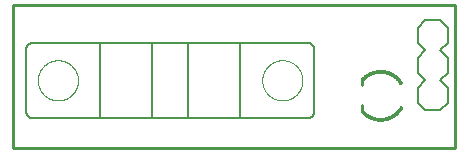
<source format=gto>
G75*
%MOIN*%
%OFA0B0*%
%FSLAX25Y25*%
%IPPOS*%
%LPD*%
%AMOC8*
5,1,8,0,0,1.08239X$1,22.5*
%
%ADD10C,0.01000*%
%ADD11C,0.00000*%
%ADD12C,0.00500*%
%ADD13C,0.00100*%
%ADD14C,0.00800*%
D10*
X0001800Y0001800D02*
X0149300Y0001800D01*
X0149300Y0049300D01*
X0001800Y0049300D01*
X0001800Y0001800D01*
X0118100Y0014200D02*
X0118100Y0016200D01*
X0118100Y0022600D02*
X0118100Y0024400D01*
D11*
X0085009Y0024300D02*
X0085011Y0024464D01*
X0085017Y0024628D01*
X0085027Y0024792D01*
X0085041Y0024956D01*
X0085059Y0025119D01*
X0085081Y0025282D01*
X0085108Y0025444D01*
X0085138Y0025606D01*
X0085172Y0025766D01*
X0085210Y0025926D01*
X0085251Y0026085D01*
X0085297Y0026243D01*
X0085347Y0026399D01*
X0085400Y0026555D01*
X0085457Y0026709D01*
X0085518Y0026861D01*
X0085583Y0027012D01*
X0085652Y0027162D01*
X0085724Y0027309D01*
X0085799Y0027455D01*
X0085879Y0027599D01*
X0085961Y0027741D01*
X0086047Y0027881D01*
X0086137Y0028018D01*
X0086230Y0028154D01*
X0086326Y0028287D01*
X0086426Y0028418D01*
X0086528Y0028546D01*
X0086634Y0028672D01*
X0086743Y0028795D01*
X0086855Y0028915D01*
X0086969Y0029033D01*
X0087087Y0029147D01*
X0087207Y0029259D01*
X0087330Y0029368D01*
X0087456Y0029474D01*
X0087584Y0029576D01*
X0087715Y0029676D01*
X0087848Y0029772D01*
X0087984Y0029865D01*
X0088121Y0029955D01*
X0088261Y0030041D01*
X0088403Y0030123D01*
X0088547Y0030203D01*
X0088693Y0030278D01*
X0088840Y0030350D01*
X0088990Y0030419D01*
X0089141Y0030484D01*
X0089293Y0030545D01*
X0089447Y0030602D01*
X0089603Y0030655D01*
X0089759Y0030705D01*
X0089917Y0030751D01*
X0090076Y0030792D01*
X0090236Y0030830D01*
X0090396Y0030864D01*
X0090558Y0030894D01*
X0090720Y0030921D01*
X0090883Y0030943D01*
X0091046Y0030961D01*
X0091210Y0030975D01*
X0091374Y0030985D01*
X0091538Y0030991D01*
X0091702Y0030993D01*
X0091866Y0030991D01*
X0092030Y0030985D01*
X0092194Y0030975D01*
X0092358Y0030961D01*
X0092521Y0030943D01*
X0092684Y0030921D01*
X0092846Y0030894D01*
X0093008Y0030864D01*
X0093168Y0030830D01*
X0093328Y0030792D01*
X0093487Y0030751D01*
X0093645Y0030705D01*
X0093801Y0030655D01*
X0093957Y0030602D01*
X0094111Y0030545D01*
X0094263Y0030484D01*
X0094414Y0030419D01*
X0094564Y0030350D01*
X0094711Y0030278D01*
X0094857Y0030203D01*
X0095001Y0030123D01*
X0095143Y0030041D01*
X0095283Y0029955D01*
X0095420Y0029865D01*
X0095556Y0029772D01*
X0095689Y0029676D01*
X0095820Y0029576D01*
X0095948Y0029474D01*
X0096074Y0029368D01*
X0096197Y0029259D01*
X0096317Y0029147D01*
X0096435Y0029033D01*
X0096549Y0028915D01*
X0096661Y0028795D01*
X0096770Y0028672D01*
X0096876Y0028546D01*
X0096978Y0028418D01*
X0097078Y0028287D01*
X0097174Y0028154D01*
X0097267Y0028018D01*
X0097357Y0027881D01*
X0097443Y0027741D01*
X0097525Y0027599D01*
X0097605Y0027455D01*
X0097680Y0027309D01*
X0097752Y0027162D01*
X0097821Y0027012D01*
X0097886Y0026861D01*
X0097947Y0026709D01*
X0098004Y0026555D01*
X0098057Y0026399D01*
X0098107Y0026243D01*
X0098153Y0026085D01*
X0098194Y0025926D01*
X0098232Y0025766D01*
X0098266Y0025606D01*
X0098296Y0025444D01*
X0098323Y0025282D01*
X0098345Y0025119D01*
X0098363Y0024956D01*
X0098377Y0024792D01*
X0098387Y0024628D01*
X0098393Y0024464D01*
X0098395Y0024300D01*
X0098393Y0024136D01*
X0098387Y0023972D01*
X0098377Y0023808D01*
X0098363Y0023644D01*
X0098345Y0023481D01*
X0098323Y0023318D01*
X0098296Y0023156D01*
X0098266Y0022994D01*
X0098232Y0022834D01*
X0098194Y0022674D01*
X0098153Y0022515D01*
X0098107Y0022357D01*
X0098057Y0022201D01*
X0098004Y0022045D01*
X0097947Y0021891D01*
X0097886Y0021739D01*
X0097821Y0021588D01*
X0097752Y0021438D01*
X0097680Y0021291D01*
X0097605Y0021145D01*
X0097525Y0021001D01*
X0097443Y0020859D01*
X0097357Y0020719D01*
X0097267Y0020582D01*
X0097174Y0020446D01*
X0097078Y0020313D01*
X0096978Y0020182D01*
X0096876Y0020054D01*
X0096770Y0019928D01*
X0096661Y0019805D01*
X0096549Y0019685D01*
X0096435Y0019567D01*
X0096317Y0019453D01*
X0096197Y0019341D01*
X0096074Y0019232D01*
X0095948Y0019126D01*
X0095820Y0019024D01*
X0095689Y0018924D01*
X0095556Y0018828D01*
X0095420Y0018735D01*
X0095283Y0018645D01*
X0095143Y0018559D01*
X0095001Y0018477D01*
X0094857Y0018397D01*
X0094711Y0018322D01*
X0094564Y0018250D01*
X0094414Y0018181D01*
X0094263Y0018116D01*
X0094111Y0018055D01*
X0093957Y0017998D01*
X0093801Y0017945D01*
X0093645Y0017895D01*
X0093487Y0017849D01*
X0093328Y0017808D01*
X0093168Y0017770D01*
X0093008Y0017736D01*
X0092846Y0017706D01*
X0092684Y0017679D01*
X0092521Y0017657D01*
X0092358Y0017639D01*
X0092194Y0017625D01*
X0092030Y0017615D01*
X0091866Y0017609D01*
X0091702Y0017607D01*
X0091538Y0017609D01*
X0091374Y0017615D01*
X0091210Y0017625D01*
X0091046Y0017639D01*
X0090883Y0017657D01*
X0090720Y0017679D01*
X0090558Y0017706D01*
X0090396Y0017736D01*
X0090236Y0017770D01*
X0090076Y0017808D01*
X0089917Y0017849D01*
X0089759Y0017895D01*
X0089603Y0017945D01*
X0089447Y0017998D01*
X0089293Y0018055D01*
X0089141Y0018116D01*
X0088990Y0018181D01*
X0088840Y0018250D01*
X0088693Y0018322D01*
X0088547Y0018397D01*
X0088403Y0018477D01*
X0088261Y0018559D01*
X0088121Y0018645D01*
X0087984Y0018735D01*
X0087848Y0018828D01*
X0087715Y0018924D01*
X0087584Y0019024D01*
X0087456Y0019126D01*
X0087330Y0019232D01*
X0087207Y0019341D01*
X0087087Y0019453D01*
X0086969Y0019567D01*
X0086855Y0019685D01*
X0086743Y0019805D01*
X0086634Y0019928D01*
X0086528Y0020054D01*
X0086426Y0020182D01*
X0086326Y0020313D01*
X0086230Y0020446D01*
X0086137Y0020582D01*
X0086047Y0020719D01*
X0085961Y0020859D01*
X0085879Y0021001D01*
X0085799Y0021145D01*
X0085724Y0021291D01*
X0085652Y0021438D01*
X0085583Y0021588D01*
X0085518Y0021739D01*
X0085457Y0021891D01*
X0085400Y0022045D01*
X0085347Y0022201D01*
X0085297Y0022357D01*
X0085251Y0022515D01*
X0085210Y0022674D01*
X0085172Y0022834D01*
X0085138Y0022994D01*
X0085108Y0023156D01*
X0085081Y0023318D01*
X0085059Y0023481D01*
X0085041Y0023644D01*
X0085027Y0023808D01*
X0085017Y0023972D01*
X0085011Y0024136D01*
X0085009Y0024300D01*
X0010205Y0024300D02*
X0010207Y0024464D01*
X0010213Y0024628D01*
X0010223Y0024792D01*
X0010237Y0024956D01*
X0010255Y0025119D01*
X0010277Y0025282D01*
X0010304Y0025444D01*
X0010334Y0025606D01*
X0010368Y0025766D01*
X0010406Y0025926D01*
X0010447Y0026085D01*
X0010493Y0026243D01*
X0010543Y0026399D01*
X0010596Y0026555D01*
X0010653Y0026709D01*
X0010714Y0026861D01*
X0010779Y0027012D01*
X0010848Y0027162D01*
X0010920Y0027309D01*
X0010995Y0027455D01*
X0011075Y0027599D01*
X0011157Y0027741D01*
X0011243Y0027881D01*
X0011333Y0028018D01*
X0011426Y0028154D01*
X0011522Y0028287D01*
X0011622Y0028418D01*
X0011724Y0028546D01*
X0011830Y0028672D01*
X0011939Y0028795D01*
X0012051Y0028915D01*
X0012165Y0029033D01*
X0012283Y0029147D01*
X0012403Y0029259D01*
X0012526Y0029368D01*
X0012652Y0029474D01*
X0012780Y0029576D01*
X0012911Y0029676D01*
X0013044Y0029772D01*
X0013180Y0029865D01*
X0013317Y0029955D01*
X0013457Y0030041D01*
X0013599Y0030123D01*
X0013743Y0030203D01*
X0013889Y0030278D01*
X0014036Y0030350D01*
X0014186Y0030419D01*
X0014337Y0030484D01*
X0014489Y0030545D01*
X0014643Y0030602D01*
X0014799Y0030655D01*
X0014955Y0030705D01*
X0015113Y0030751D01*
X0015272Y0030792D01*
X0015432Y0030830D01*
X0015592Y0030864D01*
X0015754Y0030894D01*
X0015916Y0030921D01*
X0016079Y0030943D01*
X0016242Y0030961D01*
X0016406Y0030975D01*
X0016570Y0030985D01*
X0016734Y0030991D01*
X0016898Y0030993D01*
X0017062Y0030991D01*
X0017226Y0030985D01*
X0017390Y0030975D01*
X0017554Y0030961D01*
X0017717Y0030943D01*
X0017880Y0030921D01*
X0018042Y0030894D01*
X0018204Y0030864D01*
X0018364Y0030830D01*
X0018524Y0030792D01*
X0018683Y0030751D01*
X0018841Y0030705D01*
X0018997Y0030655D01*
X0019153Y0030602D01*
X0019307Y0030545D01*
X0019459Y0030484D01*
X0019610Y0030419D01*
X0019760Y0030350D01*
X0019907Y0030278D01*
X0020053Y0030203D01*
X0020197Y0030123D01*
X0020339Y0030041D01*
X0020479Y0029955D01*
X0020616Y0029865D01*
X0020752Y0029772D01*
X0020885Y0029676D01*
X0021016Y0029576D01*
X0021144Y0029474D01*
X0021270Y0029368D01*
X0021393Y0029259D01*
X0021513Y0029147D01*
X0021631Y0029033D01*
X0021745Y0028915D01*
X0021857Y0028795D01*
X0021966Y0028672D01*
X0022072Y0028546D01*
X0022174Y0028418D01*
X0022274Y0028287D01*
X0022370Y0028154D01*
X0022463Y0028018D01*
X0022553Y0027881D01*
X0022639Y0027741D01*
X0022721Y0027599D01*
X0022801Y0027455D01*
X0022876Y0027309D01*
X0022948Y0027162D01*
X0023017Y0027012D01*
X0023082Y0026861D01*
X0023143Y0026709D01*
X0023200Y0026555D01*
X0023253Y0026399D01*
X0023303Y0026243D01*
X0023349Y0026085D01*
X0023390Y0025926D01*
X0023428Y0025766D01*
X0023462Y0025606D01*
X0023492Y0025444D01*
X0023519Y0025282D01*
X0023541Y0025119D01*
X0023559Y0024956D01*
X0023573Y0024792D01*
X0023583Y0024628D01*
X0023589Y0024464D01*
X0023591Y0024300D01*
X0023589Y0024136D01*
X0023583Y0023972D01*
X0023573Y0023808D01*
X0023559Y0023644D01*
X0023541Y0023481D01*
X0023519Y0023318D01*
X0023492Y0023156D01*
X0023462Y0022994D01*
X0023428Y0022834D01*
X0023390Y0022674D01*
X0023349Y0022515D01*
X0023303Y0022357D01*
X0023253Y0022201D01*
X0023200Y0022045D01*
X0023143Y0021891D01*
X0023082Y0021739D01*
X0023017Y0021588D01*
X0022948Y0021438D01*
X0022876Y0021291D01*
X0022801Y0021145D01*
X0022721Y0021001D01*
X0022639Y0020859D01*
X0022553Y0020719D01*
X0022463Y0020582D01*
X0022370Y0020446D01*
X0022274Y0020313D01*
X0022174Y0020182D01*
X0022072Y0020054D01*
X0021966Y0019928D01*
X0021857Y0019805D01*
X0021745Y0019685D01*
X0021631Y0019567D01*
X0021513Y0019453D01*
X0021393Y0019341D01*
X0021270Y0019232D01*
X0021144Y0019126D01*
X0021016Y0019024D01*
X0020885Y0018924D01*
X0020752Y0018828D01*
X0020616Y0018735D01*
X0020479Y0018645D01*
X0020339Y0018559D01*
X0020197Y0018477D01*
X0020053Y0018397D01*
X0019907Y0018322D01*
X0019760Y0018250D01*
X0019610Y0018181D01*
X0019459Y0018116D01*
X0019307Y0018055D01*
X0019153Y0017998D01*
X0018997Y0017945D01*
X0018841Y0017895D01*
X0018683Y0017849D01*
X0018524Y0017808D01*
X0018364Y0017770D01*
X0018204Y0017736D01*
X0018042Y0017706D01*
X0017880Y0017679D01*
X0017717Y0017657D01*
X0017554Y0017639D01*
X0017390Y0017625D01*
X0017226Y0017615D01*
X0017062Y0017609D01*
X0016898Y0017607D01*
X0016734Y0017609D01*
X0016570Y0017615D01*
X0016406Y0017625D01*
X0016242Y0017639D01*
X0016079Y0017657D01*
X0015916Y0017679D01*
X0015754Y0017706D01*
X0015592Y0017736D01*
X0015432Y0017770D01*
X0015272Y0017808D01*
X0015113Y0017849D01*
X0014955Y0017895D01*
X0014799Y0017945D01*
X0014643Y0017998D01*
X0014489Y0018055D01*
X0014337Y0018116D01*
X0014186Y0018181D01*
X0014036Y0018250D01*
X0013889Y0018322D01*
X0013743Y0018397D01*
X0013599Y0018477D01*
X0013457Y0018559D01*
X0013317Y0018645D01*
X0013180Y0018735D01*
X0013044Y0018828D01*
X0012911Y0018924D01*
X0012780Y0019024D01*
X0012652Y0019126D01*
X0012526Y0019232D01*
X0012403Y0019341D01*
X0012283Y0019453D01*
X0012165Y0019567D01*
X0012051Y0019685D01*
X0011939Y0019805D01*
X0011830Y0019928D01*
X0011724Y0020054D01*
X0011622Y0020182D01*
X0011522Y0020313D01*
X0011426Y0020446D01*
X0011333Y0020582D01*
X0011243Y0020719D01*
X0011157Y0020859D01*
X0011075Y0021001D01*
X0010995Y0021145D01*
X0010920Y0021291D01*
X0010848Y0021438D01*
X0010779Y0021588D01*
X0010714Y0021739D01*
X0010653Y0021891D01*
X0010596Y0022045D01*
X0010543Y0022201D01*
X0010493Y0022357D01*
X0010447Y0022515D01*
X0010406Y0022674D01*
X0010368Y0022834D01*
X0010334Y0022994D01*
X0010304Y0023156D01*
X0010277Y0023318D01*
X0010255Y0023481D01*
X0010237Y0023644D01*
X0010223Y0023808D01*
X0010213Y0023972D01*
X0010207Y0024136D01*
X0010205Y0024300D01*
D12*
X0006269Y0014064D02*
X0006271Y0013969D01*
X0006277Y0013874D01*
X0006286Y0013779D01*
X0006300Y0013685D01*
X0006317Y0013592D01*
X0006338Y0013499D01*
X0006362Y0013407D01*
X0006391Y0013316D01*
X0006422Y0013226D01*
X0006458Y0013138D01*
X0006497Y0013051D01*
X0006540Y0012966D01*
X0006585Y0012883D01*
X0006635Y0012802D01*
X0006687Y0012722D01*
X0006743Y0012645D01*
X0006801Y0012570D01*
X0006863Y0012498D01*
X0006928Y0012428D01*
X0006995Y0012361D01*
X0007065Y0012296D01*
X0007137Y0012234D01*
X0007212Y0012176D01*
X0007289Y0012120D01*
X0007369Y0012068D01*
X0007450Y0012018D01*
X0007533Y0011973D01*
X0007618Y0011930D01*
X0007705Y0011891D01*
X0007793Y0011855D01*
X0007883Y0011824D01*
X0007974Y0011795D01*
X0008066Y0011771D01*
X0008159Y0011750D01*
X0008252Y0011733D01*
X0008346Y0011719D01*
X0008441Y0011710D01*
X0008536Y0011704D01*
X0008631Y0011702D01*
X0099969Y0011702D01*
X0100064Y0011704D01*
X0100159Y0011710D01*
X0100254Y0011719D01*
X0100348Y0011733D01*
X0100441Y0011750D01*
X0100534Y0011771D01*
X0100626Y0011795D01*
X0100717Y0011824D01*
X0100807Y0011855D01*
X0100895Y0011891D01*
X0100982Y0011930D01*
X0101067Y0011973D01*
X0101150Y0012018D01*
X0101231Y0012068D01*
X0101311Y0012120D01*
X0101388Y0012176D01*
X0101463Y0012234D01*
X0101535Y0012296D01*
X0101605Y0012361D01*
X0101672Y0012428D01*
X0101737Y0012498D01*
X0101799Y0012570D01*
X0101857Y0012645D01*
X0101913Y0012722D01*
X0101965Y0012802D01*
X0102015Y0012883D01*
X0102060Y0012966D01*
X0102103Y0013051D01*
X0102142Y0013138D01*
X0102178Y0013226D01*
X0102209Y0013316D01*
X0102238Y0013407D01*
X0102262Y0013499D01*
X0102283Y0013592D01*
X0102300Y0013685D01*
X0102314Y0013779D01*
X0102323Y0013874D01*
X0102329Y0013969D01*
X0102331Y0014064D01*
X0102331Y0034536D01*
X0102329Y0034631D01*
X0102323Y0034726D01*
X0102314Y0034821D01*
X0102300Y0034915D01*
X0102283Y0035008D01*
X0102262Y0035101D01*
X0102238Y0035193D01*
X0102209Y0035284D01*
X0102178Y0035374D01*
X0102142Y0035462D01*
X0102103Y0035549D01*
X0102060Y0035634D01*
X0102015Y0035717D01*
X0101965Y0035798D01*
X0101913Y0035878D01*
X0101857Y0035955D01*
X0101799Y0036030D01*
X0101737Y0036102D01*
X0101672Y0036172D01*
X0101605Y0036239D01*
X0101535Y0036304D01*
X0101463Y0036366D01*
X0101388Y0036424D01*
X0101311Y0036480D01*
X0101231Y0036532D01*
X0101150Y0036582D01*
X0101067Y0036627D01*
X0100982Y0036670D01*
X0100895Y0036709D01*
X0100807Y0036745D01*
X0100717Y0036776D01*
X0100626Y0036805D01*
X0100534Y0036829D01*
X0100441Y0036850D01*
X0100348Y0036867D01*
X0100254Y0036881D01*
X0100159Y0036890D01*
X0100064Y0036896D01*
X0099969Y0036898D01*
X0008631Y0036898D01*
X0008536Y0036896D01*
X0008441Y0036890D01*
X0008346Y0036881D01*
X0008252Y0036867D01*
X0008159Y0036850D01*
X0008066Y0036829D01*
X0007974Y0036805D01*
X0007883Y0036776D01*
X0007793Y0036745D01*
X0007705Y0036709D01*
X0007618Y0036670D01*
X0007533Y0036627D01*
X0007450Y0036582D01*
X0007369Y0036532D01*
X0007289Y0036480D01*
X0007212Y0036424D01*
X0007137Y0036366D01*
X0007065Y0036304D01*
X0006995Y0036239D01*
X0006928Y0036172D01*
X0006863Y0036102D01*
X0006801Y0036030D01*
X0006743Y0035955D01*
X0006687Y0035878D01*
X0006635Y0035798D01*
X0006585Y0035717D01*
X0006540Y0035634D01*
X0006497Y0035549D01*
X0006458Y0035462D01*
X0006422Y0035374D01*
X0006391Y0035284D01*
X0006362Y0035193D01*
X0006338Y0035101D01*
X0006317Y0035008D01*
X0006300Y0034915D01*
X0006286Y0034821D01*
X0006277Y0034726D01*
X0006271Y0034631D01*
X0006269Y0034536D01*
X0006269Y0014064D01*
X0030875Y0011898D02*
X0030875Y0036702D01*
X0048198Y0036702D02*
X0048198Y0011898D01*
X0060402Y0011898D02*
X0060402Y0036702D01*
X0077725Y0036702D02*
X0077725Y0011898D01*
D13*
X0124350Y0010851D02*
X0124350Y0011751D01*
X0124350Y0011750D02*
X0124533Y0011754D01*
X0124716Y0011761D01*
X0124899Y0011774D01*
X0125082Y0011791D01*
X0125264Y0011812D01*
X0125445Y0011837D01*
X0125626Y0011867D01*
X0125806Y0011902D01*
X0125985Y0011940D01*
X0126163Y0011983D01*
X0126340Y0012031D01*
X0126515Y0012082D01*
X0126690Y0012138D01*
X0126863Y0012198D01*
X0127034Y0012263D01*
X0127204Y0012331D01*
X0127373Y0012403D01*
X0127539Y0012480D01*
X0127703Y0012561D01*
X0127866Y0012645D01*
X0128026Y0012734D01*
X0128185Y0012826D01*
X0128341Y0012922D01*
X0128494Y0013022D01*
X0128645Y0013126D01*
X0128794Y0013233D01*
X0128940Y0013344D01*
X0129083Y0013458D01*
X0129223Y0013576D01*
X0129360Y0013697D01*
X0129495Y0013821D01*
X0129626Y0013949D01*
X0129755Y0014080D01*
X0129880Y0014214D01*
X0130001Y0014350D01*
X0130120Y0014490D01*
X0130235Y0014633D01*
X0130346Y0014778D01*
X0130454Y0014926D01*
X0130558Y0015077D01*
X0130659Y0015230D01*
X0130756Y0015385D01*
X0130849Y0015543D01*
X0130938Y0015703D01*
X0131732Y0015280D01*
X0131632Y0015100D01*
X0131528Y0014923D01*
X0131420Y0014749D01*
X0131307Y0014577D01*
X0131190Y0014409D01*
X0131069Y0014243D01*
X0130945Y0014080D01*
X0130816Y0013920D01*
X0130683Y0013763D01*
X0130547Y0013610D01*
X0130407Y0013460D01*
X0130263Y0013313D01*
X0130116Y0013170D01*
X0129965Y0013030D01*
X0129811Y0012895D01*
X0129654Y0012763D01*
X0129494Y0012635D01*
X0129330Y0012510D01*
X0129164Y0012390D01*
X0128994Y0012274D01*
X0128822Y0012162D01*
X0128648Y0012054D01*
X0128470Y0011951D01*
X0128291Y0011852D01*
X0128108Y0011757D01*
X0127924Y0011667D01*
X0127738Y0011581D01*
X0127549Y0011500D01*
X0127359Y0011423D01*
X0127166Y0011351D01*
X0126972Y0011284D01*
X0126777Y0011221D01*
X0126580Y0011163D01*
X0126382Y0011110D01*
X0126182Y0011062D01*
X0125981Y0011019D01*
X0125780Y0010981D01*
X0125577Y0010947D01*
X0125374Y0010919D01*
X0125170Y0010895D01*
X0124965Y0010876D01*
X0124761Y0010863D01*
X0124556Y0010854D01*
X0124350Y0010850D01*
X0124350Y0010944D01*
X0124553Y0010948D01*
X0124756Y0010956D01*
X0124959Y0010970D01*
X0125161Y0010988D01*
X0125362Y0011012D01*
X0125563Y0011040D01*
X0125764Y0011073D01*
X0125963Y0011111D01*
X0126161Y0011154D01*
X0126359Y0011202D01*
X0126555Y0011254D01*
X0126750Y0011311D01*
X0126943Y0011373D01*
X0127135Y0011440D01*
X0127325Y0011511D01*
X0127513Y0011586D01*
X0127699Y0011667D01*
X0127884Y0011752D01*
X0128066Y0011841D01*
X0128246Y0011935D01*
X0128424Y0012033D01*
X0128599Y0012135D01*
X0128772Y0012241D01*
X0128942Y0012352D01*
X0129110Y0012467D01*
X0129274Y0012586D01*
X0129436Y0012709D01*
X0129594Y0012835D01*
X0129750Y0012966D01*
X0129902Y0013100D01*
X0130051Y0013238D01*
X0130197Y0013379D01*
X0130339Y0013524D01*
X0130477Y0013673D01*
X0130612Y0013824D01*
X0130743Y0013979D01*
X0130870Y0014137D01*
X0130994Y0014299D01*
X0131113Y0014463D01*
X0131229Y0014630D01*
X0131340Y0014799D01*
X0131448Y0014972D01*
X0131551Y0015147D01*
X0131649Y0015324D01*
X0131566Y0015368D01*
X0131469Y0015193D01*
X0131367Y0015020D01*
X0131261Y0014850D01*
X0131151Y0014682D01*
X0131037Y0014517D01*
X0130918Y0014355D01*
X0130796Y0014195D01*
X0130670Y0014039D01*
X0130541Y0013886D01*
X0130407Y0013736D01*
X0130271Y0013589D01*
X0130130Y0013446D01*
X0129986Y0013306D01*
X0129839Y0013170D01*
X0129688Y0013037D01*
X0129535Y0012908D01*
X0129378Y0012783D01*
X0129218Y0012661D01*
X0129055Y0012544D01*
X0128890Y0012430D01*
X0128722Y0012321D01*
X0128551Y0012215D01*
X0128378Y0012114D01*
X0128202Y0012017D01*
X0128024Y0011925D01*
X0127844Y0011837D01*
X0127661Y0011753D01*
X0127477Y0011673D01*
X0127291Y0011598D01*
X0127103Y0011528D01*
X0126913Y0011462D01*
X0126722Y0011401D01*
X0126530Y0011345D01*
X0126336Y0011293D01*
X0126141Y0011246D01*
X0125945Y0011203D01*
X0125747Y0011166D01*
X0125549Y0011133D01*
X0125351Y0011105D01*
X0125151Y0011082D01*
X0124952Y0011064D01*
X0124751Y0011050D01*
X0124551Y0011042D01*
X0124350Y0011038D01*
X0124350Y0011132D01*
X0124549Y0011136D01*
X0124747Y0011144D01*
X0124945Y0011157D01*
X0125142Y0011176D01*
X0125339Y0011198D01*
X0125536Y0011226D01*
X0125731Y0011258D01*
X0125926Y0011296D01*
X0126120Y0011337D01*
X0126313Y0011384D01*
X0126505Y0011435D01*
X0126695Y0011491D01*
X0126884Y0011551D01*
X0127071Y0011616D01*
X0127257Y0011686D01*
X0127441Y0011760D01*
X0127623Y0011839D01*
X0127803Y0011922D01*
X0127982Y0012009D01*
X0128158Y0012100D01*
X0128331Y0012196D01*
X0128503Y0012296D01*
X0128671Y0012400D01*
X0128838Y0012508D01*
X0129001Y0012621D01*
X0129162Y0012737D01*
X0129320Y0012857D01*
X0129475Y0012981D01*
X0129627Y0013108D01*
X0129776Y0013239D01*
X0129921Y0013374D01*
X0130064Y0013512D01*
X0130202Y0013654D01*
X0130338Y0013799D01*
X0130470Y0013947D01*
X0130598Y0014099D01*
X0130722Y0014253D01*
X0130843Y0014410D01*
X0130960Y0014571D01*
X0131073Y0014734D01*
X0131181Y0014900D01*
X0131286Y0015068D01*
X0131387Y0015239D01*
X0131483Y0015412D01*
X0131401Y0015457D01*
X0131305Y0015285D01*
X0131206Y0015116D01*
X0131102Y0014950D01*
X0130994Y0014786D01*
X0130883Y0014625D01*
X0130767Y0014466D01*
X0130648Y0014311D01*
X0130525Y0014158D01*
X0130398Y0014009D01*
X0130268Y0013862D01*
X0130134Y0013719D01*
X0129997Y0013579D01*
X0129856Y0013442D01*
X0129713Y0013309D01*
X0129566Y0013179D01*
X0129415Y0013053D01*
X0129262Y0012931D01*
X0129106Y0012812D01*
X0128947Y0012697D01*
X0128785Y0012587D01*
X0128621Y0012480D01*
X0128454Y0012377D01*
X0128285Y0012278D01*
X0128113Y0012183D01*
X0127939Y0012093D01*
X0127763Y0012006D01*
X0127585Y0011925D01*
X0127405Y0011847D01*
X0127223Y0011774D01*
X0127040Y0011705D01*
X0126854Y0011641D01*
X0126668Y0011581D01*
X0126480Y0011526D01*
X0126290Y0011475D01*
X0126100Y0011429D01*
X0125908Y0011388D01*
X0125715Y0011351D01*
X0125522Y0011319D01*
X0125328Y0011292D01*
X0125133Y0011269D01*
X0124938Y0011251D01*
X0124742Y0011238D01*
X0124546Y0011230D01*
X0124350Y0011226D01*
X0124350Y0011320D01*
X0124544Y0011324D01*
X0124738Y0011332D01*
X0124931Y0011345D01*
X0125124Y0011363D01*
X0125316Y0011385D01*
X0125508Y0011412D01*
X0125699Y0011444D01*
X0125890Y0011480D01*
X0126079Y0011521D01*
X0126267Y0011566D01*
X0126454Y0011616D01*
X0126640Y0011671D01*
X0126825Y0011730D01*
X0127008Y0011793D01*
X0127189Y0011861D01*
X0127369Y0011934D01*
X0127547Y0012010D01*
X0127723Y0012091D01*
X0127897Y0012177D01*
X0128069Y0012266D01*
X0128239Y0012360D01*
X0128406Y0012457D01*
X0128571Y0012559D01*
X0128733Y0012665D01*
X0128893Y0012774D01*
X0129050Y0012888D01*
X0129204Y0013005D01*
X0129356Y0013126D01*
X0129504Y0013250D01*
X0129649Y0013378D01*
X0129792Y0013510D01*
X0129931Y0013645D01*
X0130066Y0013783D01*
X0130198Y0013925D01*
X0130327Y0014070D01*
X0130452Y0014218D01*
X0130574Y0014369D01*
X0130692Y0014522D01*
X0130806Y0014679D01*
X0130916Y0014838D01*
X0131022Y0015000D01*
X0131125Y0015165D01*
X0131223Y0015332D01*
X0131318Y0015501D01*
X0131235Y0015545D01*
X0131141Y0015378D01*
X0131044Y0015213D01*
X0130943Y0015050D01*
X0130838Y0014890D01*
X0130729Y0014733D01*
X0130616Y0014578D01*
X0130500Y0014426D01*
X0130380Y0014277D01*
X0130256Y0014131D01*
X0130129Y0013988D01*
X0129998Y0013848D01*
X0129864Y0013712D01*
X0129727Y0013578D01*
X0129586Y0013448D01*
X0129443Y0013321D01*
X0129296Y0013198D01*
X0129146Y0013079D01*
X0128994Y0012963D01*
X0128839Y0012851D01*
X0128681Y0012743D01*
X0128520Y0012638D01*
X0128357Y0012538D01*
X0128192Y0012441D01*
X0128025Y0012349D01*
X0127855Y0012261D01*
X0127683Y0012176D01*
X0127509Y0012096D01*
X0127333Y0012021D01*
X0127155Y0011949D01*
X0126976Y0011882D01*
X0126795Y0011819D01*
X0126613Y0011761D01*
X0126429Y0011707D01*
X0126244Y0011657D01*
X0126058Y0011613D01*
X0125871Y0011572D01*
X0125683Y0011536D01*
X0125494Y0011505D01*
X0125305Y0011478D01*
X0125115Y0011456D01*
X0124924Y0011439D01*
X0124733Y0011426D01*
X0124542Y0011418D01*
X0124350Y0011414D01*
X0124350Y0011508D01*
X0124539Y0011512D01*
X0124728Y0011520D01*
X0124917Y0011532D01*
X0125105Y0011550D01*
X0125293Y0011572D01*
X0125480Y0011598D01*
X0125667Y0011629D01*
X0125853Y0011664D01*
X0126038Y0011704D01*
X0126222Y0011749D01*
X0126404Y0011798D01*
X0126586Y0011851D01*
X0126766Y0011908D01*
X0126944Y0011970D01*
X0127122Y0012037D01*
X0127297Y0012107D01*
X0127471Y0012182D01*
X0127643Y0012261D01*
X0127812Y0012345D01*
X0127980Y0012432D01*
X0128146Y0012523D01*
X0128309Y0012619D01*
X0128470Y0012718D01*
X0128629Y0012821D01*
X0128785Y0012928D01*
X0128938Y0013039D01*
X0129089Y0013153D01*
X0129236Y0013271D01*
X0129381Y0013393D01*
X0129523Y0013518D01*
X0129662Y0013646D01*
X0129797Y0013778D01*
X0129930Y0013913D01*
X0130059Y0014051D01*
X0130185Y0014193D01*
X0130307Y0014337D01*
X0130426Y0014484D01*
X0130541Y0014634D01*
X0130652Y0014787D01*
X0130760Y0014943D01*
X0130864Y0015101D01*
X0130964Y0015261D01*
X0131060Y0015424D01*
X0131152Y0015589D01*
X0131069Y0015634D01*
X0130978Y0015470D01*
X0130883Y0015309D01*
X0130784Y0015151D01*
X0130682Y0014995D01*
X0130575Y0014841D01*
X0130465Y0014690D01*
X0130351Y0014542D01*
X0130234Y0014396D01*
X0130113Y0014254D01*
X0129989Y0014114D01*
X0129862Y0013978D01*
X0129731Y0013844D01*
X0129597Y0013714D01*
X0129460Y0013587D01*
X0129320Y0013464D01*
X0129177Y0013344D01*
X0129031Y0013227D01*
X0128882Y0013114D01*
X0128730Y0013005D01*
X0128576Y0012899D01*
X0128420Y0012797D01*
X0128261Y0012699D01*
X0128099Y0012605D01*
X0127936Y0012515D01*
X0127770Y0012428D01*
X0127602Y0012346D01*
X0127433Y0012268D01*
X0127261Y0012194D01*
X0127088Y0012125D01*
X0126913Y0012059D01*
X0126736Y0011998D01*
X0126558Y0011941D01*
X0126379Y0011888D01*
X0126199Y0011840D01*
X0126017Y0011796D01*
X0125834Y0011756D01*
X0125651Y0011721D01*
X0125467Y0011691D01*
X0125282Y0011665D01*
X0125096Y0011643D01*
X0124910Y0011626D01*
X0124724Y0011614D01*
X0124537Y0011606D01*
X0124350Y0011602D01*
X0124350Y0011696D01*
X0124535Y0011700D01*
X0124719Y0011708D01*
X0124903Y0011720D01*
X0125087Y0011737D01*
X0125270Y0011758D01*
X0125453Y0011784D01*
X0125635Y0011814D01*
X0125816Y0011849D01*
X0125996Y0011888D01*
X0126176Y0011931D01*
X0126354Y0011979D01*
X0126531Y0012031D01*
X0126707Y0012087D01*
X0126881Y0012147D01*
X0127054Y0012212D01*
X0127225Y0012281D01*
X0127394Y0012354D01*
X0127562Y0012431D01*
X0127728Y0012512D01*
X0127891Y0012598D01*
X0128053Y0012687D01*
X0128212Y0012780D01*
X0128369Y0012877D01*
X0128524Y0012977D01*
X0128676Y0013082D01*
X0128826Y0013190D01*
X0128973Y0013301D01*
X0129117Y0013416D01*
X0129258Y0013535D01*
X0129397Y0013657D01*
X0129532Y0013782D01*
X0129664Y0013911D01*
X0129794Y0014043D01*
X0129920Y0014177D01*
X0130042Y0014315D01*
X0130161Y0014456D01*
X0130277Y0014600D01*
X0130390Y0014746D01*
X0130498Y0014895D01*
X0130603Y0015047D01*
X0130705Y0015201D01*
X0130802Y0015358D01*
X0130896Y0015517D01*
X0130986Y0015678D01*
X0131611Y0023535D02*
X0130830Y0023089D01*
X0130737Y0023246D01*
X0130640Y0023400D01*
X0130539Y0023552D01*
X0130434Y0023701D01*
X0130326Y0023848D01*
X0130215Y0023993D01*
X0130100Y0024134D01*
X0129981Y0024273D01*
X0129859Y0024408D01*
X0129734Y0024541D01*
X0129606Y0024671D01*
X0129475Y0024797D01*
X0129341Y0024921D01*
X0129204Y0025041D01*
X0129064Y0025158D01*
X0128921Y0025271D01*
X0128775Y0025381D01*
X0128627Y0025487D01*
X0128476Y0025590D01*
X0128323Y0025689D01*
X0128168Y0025784D01*
X0128010Y0025875D01*
X0127850Y0025963D01*
X0127688Y0026047D01*
X0127525Y0026127D01*
X0127359Y0026203D01*
X0127191Y0026274D01*
X0127022Y0026342D01*
X0126851Y0026406D01*
X0126679Y0026465D01*
X0126505Y0026521D01*
X0126330Y0026572D01*
X0126154Y0026619D01*
X0125977Y0026661D01*
X0125798Y0026700D01*
X0125619Y0026734D01*
X0125439Y0026764D01*
X0125259Y0026789D01*
X0125078Y0026810D01*
X0124896Y0026826D01*
X0124714Y0026839D01*
X0124532Y0026846D01*
X0124350Y0026850D01*
X0124349Y0027749D01*
X0124350Y0027750D01*
X0124554Y0027746D01*
X0124758Y0027738D01*
X0124962Y0027724D01*
X0125166Y0027706D01*
X0125369Y0027682D01*
X0125571Y0027654D01*
X0125773Y0027621D01*
X0125973Y0027583D01*
X0126173Y0027540D01*
X0126372Y0027492D01*
X0126569Y0027440D01*
X0126765Y0027382D01*
X0126960Y0027320D01*
X0127153Y0027254D01*
X0127345Y0027182D01*
X0127534Y0027106D01*
X0127722Y0027026D01*
X0127908Y0026941D01*
X0128092Y0026851D01*
X0128273Y0026758D01*
X0128452Y0026659D01*
X0128629Y0026557D01*
X0128803Y0026450D01*
X0128975Y0026339D01*
X0129144Y0026224D01*
X0129310Y0026105D01*
X0129473Y0025982D01*
X0129633Y0025855D01*
X0129790Y0025724D01*
X0129944Y0025589D01*
X0130094Y0025451D01*
X0130241Y0025309D01*
X0130385Y0025164D01*
X0130525Y0025015D01*
X0130661Y0024863D01*
X0130794Y0024707D01*
X0130922Y0024549D01*
X0131047Y0024387D01*
X0131168Y0024222D01*
X0131285Y0024055D01*
X0131398Y0023884D01*
X0131507Y0023711D01*
X0131612Y0023536D01*
X0131530Y0023489D01*
X0131427Y0023663D01*
X0131319Y0023834D01*
X0131207Y0024002D01*
X0131092Y0024168D01*
X0130972Y0024331D01*
X0130848Y0024490D01*
X0130721Y0024647D01*
X0130590Y0024801D01*
X0130455Y0024951D01*
X0130317Y0025099D01*
X0130175Y0025242D01*
X0130029Y0025383D01*
X0129881Y0025519D01*
X0129729Y0025652D01*
X0129573Y0025782D01*
X0129415Y0025907D01*
X0129254Y0026029D01*
X0129090Y0026147D01*
X0128923Y0026261D01*
X0128753Y0026370D01*
X0128581Y0026476D01*
X0128406Y0026577D01*
X0128229Y0026675D01*
X0128050Y0026767D01*
X0127868Y0026856D01*
X0127684Y0026940D01*
X0127499Y0027020D01*
X0127311Y0027095D01*
X0127122Y0027165D01*
X0126931Y0027231D01*
X0126738Y0027292D01*
X0126544Y0027349D01*
X0126349Y0027401D01*
X0126153Y0027448D01*
X0125955Y0027490D01*
X0125757Y0027528D01*
X0125557Y0027561D01*
X0125357Y0027589D01*
X0125156Y0027612D01*
X0124955Y0027630D01*
X0124754Y0027644D01*
X0124552Y0027652D01*
X0124350Y0027656D01*
X0124350Y0027562D01*
X0124549Y0027558D01*
X0124749Y0027550D01*
X0124948Y0027537D01*
X0125147Y0027518D01*
X0125346Y0027496D01*
X0125543Y0027468D01*
X0125741Y0027435D01*
X0125937Y0027398D01*
X0126132Y0027356D01*
X0126326Y0027310D01*
X0126519Y0027258D01*
X0126711Y0027202D01*
X0126901Y0027142D01*
X0127090Y0027077D01*
X0127277Y0027007D01*
X0127463Y0026933D01*
X0127646Y0026854D01*
X0127828Y0026771D01*
X0128008Y0026683D01*
X0128185Y0026592D01*
X0128360Y0026496D01*
X0128533Y0026395D01*
X0128703Y0026291D01*
X0128871Y0026182D01*
X0129036Y0026070D01*
X0129198Y0025954D01*
X0129357Y0025833D01*
X0129514Y0025709D01*
X0129667Y0025581D01*
X0129818Y0025450D01*
X0129965Y0025314D01*
X0130108Y0025176D01*
X0130249Y0025034D01*
X0130386Y0024888D01*
X0130519Y0024739D01*
X0130649Y0024587D01*
X0130775Y0024432D01*
X0130897Y0024274D01*
X0131015Y0024113D01*
X0131129Y0023950D01*
X0131240Y0023783D01*
X0131346Y0023614D01*
X0131448Y0023443D01*
X0131367Y0023396D01*
X0131266Y0023566D01*
X0131161Y0023733D01*
X0131051Y0023897D01*
X0130938Y0024059D01*
X0130821Y0024218D01*
X0130701Y0024374D01*
X0130576Y0024528D01*
X0130448Y0024678D01*
X0130316Y0024825D01*
X0130181Y0024969D01*
X0130042Y0025109D01*
X0129900Y0025246D01*
X0129755Y0025380D01*
X0129606Y0025510D01*
X0129454Y0025636D01*
X0129300Y0025759D01*
X0129142Y0025878D01*
X0128982Y0025993D01*
X0128819Y0026104D01*
X0128653Y0026211D01*
X0128485Y0026315D01*
X0128314Y0026414D01*
X0128141Y0026509D01*
X0127965Y0026599D01*
X0127788Y0026686D01*
X0127608Y0026768D01*
X0127427Y0026846D01*
X0127244Y0026919D01*
X0127059Y0026988D01*
X0126872Y0027052D01*
X0126684Y0027112D01*
X0126494Y0027168D01*
X0126304Y0027218D01*
X0126112Y0027265D01*
X0125919Y0027306D01*
X0125725Y0027343D01*
X0125530Y0027375D01*
X0125334Y0027402D01*
X0125138Y0027425D01*
X0124941Y0027443D01*
X0124744Y0027456D01*
X0124547Y0027464D01*
X0124350Y0027468D01*
X0124350Y0027374D01*
X0124545Y0027370D01*
X0124740Y0027362D01*
X0124935Y0027349D01*
X0125129Y0027331D01*
X0125323Y0027309D01*
X0125516Y0027282D01*
X0125709Y0027250D01*
X0125900Y0027214D01*
X0126091Y0027173D01*
X0126281Y0027127D01*
X0126469Y0027077D01*
X0126657Y0027022D01*
X0126843Y0026963D01*
X0127027Y0026900D01*
X0127210Y0026831D01*
X0127391Y0026759D01*
X0127570Y0026682D01*
X0127748Y0026601D01*
X0127923Y0026515D01*
X0128097Y0026426D01*
X0128268Y0026332D01*
X0128436Y0026234D01*
X0128603Y0026132D01*
X0128767Y0026026D01*
X0128928Y0025916D01*
X0129086Y0025802D01*
X0129242Y0025685D01*
X0129395Y0025563D01*
X0129545Y0025438D01*
X0129692Y0025310D01*
X0129835Y0025178D01*
X0129976Y0025042D01*
X0130113Y0024903D01*
X0130247Y0024761D01*
X0130377Y0024616D01*
X0130504Y0024468D01*
X0130627Y0024316D01*
X0130746Y0024162D01*
X0130862Y0024005D01*
X0130973Y0023845D01*
X0131081Y0023682D01*
X0131185Y0023517D01*
X0131285Y0023349D01*
X0131204Y0023303D01*
X0131105Y0023468D01*
X0131002Y0023632D01*
X0130895Y0023792D01*
X0130785Y0023950D01*
X0130671Y0024106D01*
X0130553Y0024258D01*
X0130431Y0024408D01*
X0130306Y0024554D01*
X0130177Y0024698D01*
X0130045Y0024838D01*
X0129910Y0024976D01*
X0129771Y0025110D01*
X0129629Y0025240D01*
X0129484Y0025367D01*
X0129336Y0025491D01*
X0129185Y0025610D01*
X0129031Y0025727D01*
X0128874Y0025839D01*
X0128715Y0025948D01*
X0128553Y0026052D01*
X0128388Y0026153D01*
X0128222Y0026250D01*
X0128052Y0026343D01*
X0127881Y0026431D01*
X0127708Y0026516D01*
X0127532Y0026596D01*
X0127355Y0026672D01*
X0127176Y0026744D01*
X0126995Y0026811D01*
X0126813Y0026874D01*
X0126629Y0026932D01*
X0126444Y0026986D01*
X0126258Y0027036D01*
X0126070Y0027081D01*
X0125882Y0027122D01*
X0125693Y0027158D01*
X0125502Y0027189D01*
X0125311Y0027216D01*
X0125120Y0027238D01*
X0124928Y0027255D01*
X0124735Y0027268D01*
X0124543Y0027276D01*
X0124350Y0027280D01*
X0124350Y0027186D01*
X0124540Y0027182D01*
X0124731Y0027174D01*
X0124921Y0027162D01*
X0125111Y0027144D01*
X0125300Y0027122D01*
X0125488Y0027096D01*
X0125676Y0027065D01*
X0125864Y0027029D01*
X0126050Y0026989D01*
X0126235Y0026945D01*
X0126419Y0026896D01*
X0126602Y0026842D01*
X0126784Y0026785D01*
X0126964Y0026722D01*
X0127142Y0026656D01*
X0127319Y0026585D01*
X0127494Y0026510D01*
X0127668Y0026431D01*
X0127839Y0026347D01*
X0128008Y0026260D01*
X0128175Y0026168D01*
X0128340Y0026072D01*
X0128503Y0025973D01*
X0128663Y0025869D01*
X0128820Y0025762D01*
X0128975Y0025651D01*
X0129127Y0025536D01*
X0129276Y0025418D01*
X0129422Y0025296D01*
X0129566Y0025170D01*
X0129706Y0025041D01*
X0129843Y0024909D01*
X0129977Y0024773D01*
X0130108Y0024635D01*
X0130235Y0024493D01*
X0130359Y0024348D01*
X0130479Y0024200D01*
X0130595Y0024049D01*
X0130708Y0023896D01*
X0130817Y0023740D01*
X0130923Y0023581D01*
X0131024Y0023420D01*
X0131122Y0023256D01*
X0131040Y0023209D01*
X0130944Y0023371D01*
X0130844Y0023530D01*
X0130740Y0023687D01*
X0130632Y0023842D01*
X0130520Y0023993D01*
X0130405Y0024142D01*
X0130286Y0024288D01*
X0130164Y0024431D01*
X0130038Y0024571D01*
X0129909Y0024708D01*
X0129777Y0024842D01*
X0129641Y0024973D01*
X0129503Y0025100D01*
X0129361Y0025224D01*
X0129217Y0025345D01*
X0129069Y0025462D01*
X0128919Y0025575D01*
X0128766Y0025685D01*
X0128610Y0025791D01*
X0128452Y0025893D01*
X0128292Y0025992D01*
X0128129Y0026086D01*
X0127964Y0026177D01*
X0127797Y0026263D01*
X0127628Y0026346D01*
X0127457Y0026424D01*
X0127284Y0026498D01*
X0127109Y0026568D01*
X0126932Y0026634D01*
X0126754Y0026695D01*
X0126575Y0026752D01*
X0126394Y0026805D01*
X0126212Y0026854D01*
X0126029Y0026898D01*
X0125845Y0026937D01*
X0125660Y0026972D01*
X0125475Y0027003D01*
X0125288Y0027029D01*
X0125101Y0027051D01*
X0124914Y0027068D01*
X0124726Y0027080D01*
X0124538Y0027088D01*
X0124350Y0027092D01*
X0124350Y0026998D01*
X0124536Y0026994D01*
X0124721Y0026986D01*
X0124907Y0026974D01*
X0125092Y0026957D01*
X0125277Y0026936D01*
X0125461Y0026910D01*
X0125644Y0026880D01*
X0125827Y0026845D01*
X0126009Y0026806D01*
X0126190Y0026762D01*
X0126369Y0026715D01*
X0126548Y0026662D01*
X0126725Y0026606D01*
X0126901Y0026545D01*
X0127075Y0026480D01*
X0127248Y0026411D01*
X0127419Y0026338D01*
X0127588Y0026261D01*
X0127755Y0026179D01*
X0127920Y0026094D01*
X0128083Y0026004D01*
X0128244Y0025911D01*
X0128402Y0025814D01*
X0128558Y0025713D01*
X0128712Y0025608D01*
X0128863Y0025500D01*
X0129012Y0025388D01*
X0129157Y0025272D01*
X0129300Y0025153D01*
X0129440Y0025031D01*
X0129577Y0024905D01*
X0129711Y0024776D01*
X0129841Y0024643D01*
X0129969Y0024508D01*
X0130093Y0024370D01*
X0130214Y0024228D01*
X0130331Y0024084D01*
X0130445Y0023937D01*
X0130555Y0023787D01*
X0130662Y0023635D01*
X0130764Y0023480D01*
X0130863Y0023322D01*
X0130959Y0023163D01*
X0130877Y0023116D01*
X0130783Y0023274D01*
X0130685Y0023429D01*
X0130584Y0023582D01*
X0130478Y0023733D01*
X0130369Y0023881D01*
X0130257Y0024026D01*
X0130141Y0024168D01*
X0130022Y0024308D01*
X0129899Y0024445D01*
X0129773Y0024578D01*
X0129644Y0024709D01*
X0129512Y0024837D01*
X0129377Y0024961D01*
X0129239Y0025082D01*
X0129098Y0025199D01*
X0128954Y0025313D01*
X0128807Y0025424D01*
X0128658Y0025531D01*
X0128506Y0025635D01*
X0128352Y0025734D01*
X0128196Y0025830D01*
X0128037Y0025922D01*
X0127876Y0026011D01*
X0127713Y0026095D01*
X0127548Y0026176D01*
X0127381Y0026252D01*
X0127212Y0026324D01*
X0127041Y0026393D01*
X0126869Y0026457D01*
X0126696Y0026517D01*
X0126521Y0026573D01*
X0126344Y0026624D01*
X0126167Y0026671D01*
X0125988Y0026714D01*
X0125809Y0026753D01*
X0125628Y0026787D01*
X0125447Y0026817D01*
X0125265Y0026842D01*
X0125083Y0026864D01*
X0124900Y0026880D01*
X0124717Y0026893D01*
X0124533Y0026900D01*
X0124350Y0026904D01*
X0124251Y0027749D02*
X0124251Y0026849D01*
X0124250Y0026850D02*
X0124066Y0026846D01*
X0123881Y0026838D01*
X0123697Y0026826D01*
X0123514Y0026809D01*
X0123330Y0026787D01*
X0123148Y0026762D01*
X0122966Y0026731D01*
X0122785Y0026696D01*
X0122604Y0026657D01*
X0122425Y0026613D01*
X0122247Y0026565D01*
X0122070Y0026513D01*
X0121894Y0026456D01*
X0121720Y0026396D01*
X0121548Y0026330D01*
X0121377Y0026261D01*
X0121207Y0026188D01*
X0121040Y0026110D01*
X0120875Y0026028D01*
X0120711Y0025943D01*
X0120550Y0025853D01*
X0120391Y0025759D01*
X0120234Y0025662D01*
X0120080Y0025561D01*
X0119928Y0025456D01*
X0119779Y0025347D01*
X0119633Y0025235D01*
X0119489Y0025119D01*
X0119349Y0025000D01*
X0119211Y0024877D01*
X0119076Y0024751D01*
X0118944Y0024622D01*
X0118816Y0024489D01*
X0118691Y0024354D01*
X0118569Y0024215D01*
X0117882Y0024796D01*
X0118018Y0024952D01*
X0118159Y0025104D01*
X0118303Y0025253D01*
X0118450Y0025398D01*
X0118601Y0025539D01*
X0118755Y0025676D01*
X0118913Y0025810D01*
X0119074Y0025940D01*
X0119238Y0026066D01*
X0119405Y0026188D01*
X0119575Y0026306D01*
X0119748Y0026419D01*
X0119924Y0026528D01*
X0120102Y0026633D01*
X0120283Y0026734D01*
X0120466Y0026830D01*
X0120651Y0026922D01*
X0120839Y0027009D01*
X0121029Y0027091D01*
X0121220Y0027169D01*
X0121414Y0027242D01*
X0121609Y0027310D01*
X0121806Y0027374D01*
X0122004Y0027432D01*
X0122204Y0027486D01*
X0122405Y0027535D01*
X0122607Y0027579D01*
X0122810Y0027618D01*
X0123014Y0027652D01*
X0123219Y0027681D01*
X0123424Y0027705D01*
X0123630Y0027723D01*
X0123837Y0027737D01*
X0124043Y0027746D01*
X0124250Y0027750D01*
X0124250Y0027656D01*
X0124046Y0027652D01*
X0123841Y0027643D01*
X0123637Y0027630D01*
X0123434Y0027611D01*
X0123231Y0027587D01*
X0123028Y0027559D01*
X0122826Y0027525D01*
X0122626Y0027487D01*
X0122426Y0027443D01*
X0122227Y0027395D01*
X0122030Y0027342D01*
X0121833Y0027284D01*
X0121639Y0027221D01*
X0121446Y0027153D01*
X0121254Y0027081D01*
X0121065Y0027004D01*
X0120877Y0026923D01*
X0120692Y0026837D01*
X0120509Y0026746D01*
X0120327Y0026651D01*
X0120149Y0026552D01*
X0119973Y0026448D01*
X0119799Y0026340D01*
X0119628Y0026228D01*
X0119460Y0026111D01*
X0119295Y0025991D01*
X0119132Y0025866D01*
X0118973Y0025738D01*
X0118817Y0025606D01*
X0118665Y0025470D01*
X0118515Y0025330D01*
X0118370Y0025187D01*
X0118227Y0025040D01*
X0118089Y0024889D01*
X0117954Y0024736D01*
X0118025Y0024675D01*
X0118159Y0024827D01*
X0118296Y0024976D01*
X0118437Y0025121D01*
X0118581Y0025262D01*
X0118728Y0025401D01*
X0118879Y0025535D01*
X0119033Y0025666D01*
X0119191Y0025793D01*
X0119351Y0025916D01*
X0119515Y0026035D01*
X0119681Y0026150D01*
X0119850Y0026261D01*
X0120021Y0026368D01*
X0120196Y0026470D01*
X0120372Y0026569D01*
X0120551Y0026663D01*
X0120733Y0026752D01*
X0120916Y0026837D01*
X0121101Y0026918D01*
X0121289Y0026994D01*
X0121478Y0027065D01*
X0121669Y0027132D01*
X0121861Y0027194D01*
X0122055Y0027251D01*
X0122250Y0027304D01*
X0122447Y0027351D01*
X0122644Y0027394D01*
X0122843Y0027432D01*
X0123042Y0027466D01*
X0123242Y0027494D01*
X0123443Y0027517D01*
X0123644Y0027536D01*
X0123846Y0027550D01*
X0124048Y0027558D01*
X0124250Y0027562D01*
X0124250Y0027468D01*
X0124050Y0027464D01*
X0123851Y0027456D01*
X0123651Y0027442D01*
X0123452Y0027424D01*
X0123254Y0027401D01*
X0123056Y0027373D01*
X0122859Y0027340D01*
X0122663Y0027302D01*
X0122467Y0027260D01*
X0122273Y0027213D01*
X0122080Y0027161D01*
X0121889Y0027104D01*
X0121698Y0027043D01*
X0121510Y0026977D01*
X0121323Y0026906D01*
X0121138Y0026831D01*
X0120954Y0026751D01*
X0120773Y0026667D01*
X0120594Y0026579D01*
X0120417Y0026486D01*
X0120242Y0026389D01*
X0120070Y0026287D01*
X0119901Y0026182D01*
X0119733Y0026072D01*
X0119569Y0025958D01*
X0119408Y0025841D01*
X0119249Y0025719D01*
X0119094Y0025594D01*
X0118941Y0025464D01*
X0118792Y0025331D01*
X0118646Y0025195D01*
X0118504Y0025055D01*
X0118365Y0024911D01*
X0118229Y0024764D01*
X0118097Y0024614D01*
X0118169Y0024554D01*
X0118299Y0024702D01*
X0118433Y0024847D01*
X0118571Y0024989D01*
X0118712Y0025127D01*
X0118856Y0025262D01*
X0119003Y0025394D01*
X0119154Y0025521D01*
X0119308Y0025645D01*
X0119464Y0025766D01*
X0119624Y0025882D01*
X0119786Y0025994D01*
X0119951Y0026103D01*
X0120119Y0026207D01*
X0120289Y0026307D01*
X0120462Y0026403D01*
X0120637Y0026495D01*
X0120814Y0026583D01*
X0120993Y0026666D01*
X0121174Y0026744D01*
X0121357Y0026819D01*
X0121542Y0026888D01*
X0121728Y0026953D01*
X0121916Y0027014D01*
X0122106Y0027070D01*
X0122296Y0027121D01*
X0122488Y0027168D01*
X0122681Y0027210D01*
X0122875Y0027247D01*
X0123070Y0027280D01*
X0123266Y0027307D01*
X0123462Y0027330D01*
X0123658Y0027348D01*
X0123855Y0027362D01*
X0124053Y0027370D01*
X0124250Y0027374D01*
X0124250Y0027280D01*
X0124055Y0027276D01*
X0123860Y0027268D01*
X0123665Y0027255D01*
X0123471Y0027237D01*
X0123277Y0027214D01*
X0123084Y0027187D01*
X0122891Y0027155D01*
X0122700Y0027118D01*
X0122509Y0027076D01*
X0122319Y0027030D01*
X0122131Y0026980D01*
X0121944Y0026924D01*
X0121758Y0026864D01*
X0121574Y0026800D01*
X0121391Y0026731D01*
X0121210Y0026658D01*
X0121031Y0026580D01*
X0120854Y0026498D01*
X0120679Y0026411D01*
X0120507Y0026321D01*
X0120336Y0026226D01*
X0120168Y0026127D01*
X0120002Y0026024D01*
X0119839Y0025917D01*
X0119678Y0025806D01*
X0119521Y0025691D01*
X0119366Y0025572D01*
X0119214Y0025449D01*
X0119065Y0025323D01*
X0118919Y0025193D01*
X0118777Y0025060D01*
X0118638Y0024923D01*
X0118502Y0024783D01*
X0118370Y0024639D01*
X0118241Y0024493D01*
X0118313Y0024432D01*
X0118440Y0024577D01*
X0118571Y0024719D01*
X0118705Y0024857D01*
X0118842Y0024992D01*
X0118983Y0025124D01*
X0119127Y0025252D01*
X0119274Y0025377D01*
X0119424Y0025498D01*
X0119577Y0025615D01*
X0119733Y0025729D01*
X0119892Y0025839D01*
X0120053Y0025945D01*
X0120217Y0026046D01*
X0120383Y0026144D01*
X0120551Y0026238D01*
X0120722Y0026328D01*
X0120895Y0026413D01*
X0121070Y0026494D01*
X0121247Y0026571D01*
X0121425Y0026643D01*
X0121606Y0026712D01*
X0121788Y0026775D01*
X0121971Y0026834D01*
X0122156Y0026889D01*
X0122342Y0026939D01*
X0122530Y0026985D01*
X0122718Y0027026D01*
X0122908Y0027062D01*
X0123098Y0027094D01*
X0123289Y0027121D01*
X0123480Y0027143D01*
X0123672Y0027161D01*
X0123865Y0027174D01*
X0124057Y0027182D01*
X0124250Y0027186D01*
X0124250Y0027092D01*
X0124060Y0027088D01*
X0123869Y0027080D01*
X0123679Y0027067D01*
X0123490Y0027050D01*
X0123300Y0027028D01*
X0123112Y0027001D01*
X0122924Y0026970D01*
X0122737Y0026934D01*
X0122551Y0026893D01*
X0122366Y0026848D01*
X0122182Y0026799D01*
X0121999Y0026744D01*
X0121818Y0026686D01*
X0121638Y0026623D01*
X0121460Y0026556D01*
X0121283Y0026484D01*
X0121108Y0026408D01*
X0120936Y0026328D01*
X0120765Y0026244D01*
X0120596Y0026155D01*
X0120430Y0026063D01*
X0120265Y0025966D01*
X0120104Y0025866D01*
X0119944Y0025761D01*
X0119788Y0025653D01*
X0119634Y0025540D01*
X0119483Y0025424D01*
X0119334Y0025305D01*
X0119189Y0025182D01*
X0119047Y0025055D01*
X0118908Y0024925D01*
X0118772Y0024791D01*
X0118639Y0024655D01*
X0118510Y0024515D01*
X0118384Y0024371D01*
X0118456Y0024311D01*
X0118580Y0024452D01*
X0118708Y0024590D01*
X0118839Y0024725D01*
X0118973Y0024857D01*
X0119110Y0024986D01*
X0119251Y0025111D01*
X0119395Y0025233D01*
X0119541Y0025351D01*
X0119690Y0025465D01*
X0119842Y0025576D01*
X0119997Y0025683D01*
X0120154Y0025786D01*
X0120314Y0025886D01*
X0120476Y0025981D01*
X0120641Y0026073D01*
X0120807Y0026160D01*
X0120976Y0026243D01*
X0121147Y0026323D01*
X0121319Y0026398D01*
X0121494Y0026468D01*
X0121670Y0026535D01*
X0121847Y0026597D01*
X0122027Y0026655D01*
X0122207Y0026708D01*
X0122389Y0026757D01*
X0122571Y0026801D01*
X0122755Y0026841D01*
X0122940Y0026877D01*
X0123126Y0026908D01*
X0123312Y0026934D01*
X0123499Y0026956D01*
X0123686Y0026973D01*
X0123874Y0026986D01*
X0124062Y0026994D01*
X0124250Y0026998D01*
X0124250Y0026904D01*
X0124064Y0026900D01*
X0123879Y0026892D01*
X0123693Y0026880D01*
X0123508Y0026863D01*
X0123324Y0026841D01*
X0123140Y0026815D01*
X0122956Y0026784D01*
X0122774Y0026749D01*
X0122592Y0026710D01*
X0122412Y0026666D01*
X0122232Y0026617D01*
X0122054Y0026565D01*
X0121877Y0026508D01*
X0121702Y0026446D01*
X0121528Y0026381D01*
X0121356Y0026311D01*
X0121185Y0026237D01*
X0121017Y0026159D01*
X0120850Y0026076D01*
X0120686Y0025990D01*
X0120523Y0025900D01*
X0120363Y0025805D01*
X0120205Y0025707D01*
X0120050Y0025605D01*
X0119897Y0025500D01*
X0119747Y0025390D01*
X0119599Y0025277D01*
X0119455Y0025160D01*
X0119313Y0025040D01*
X0119174Y0024917D01*
X0119038Y0024790D01*
X0118906Y0024660D01*
X0118777Y0024526D01*
X0118650Y0024390D01*
X0118528Y0024250D01*
X0117841Y0013852D02*
X0118533Y0014429D01*
X0118532Y0014428D02*
X0118651Y0014291D01*
X0118772Y0014157D01*
X0118897Y0014026D01*
X0119025Y0013898D01*
X0119156Y0013774D01*
X0119290Y0013652D01*
X0119427Y0013533D01*
X0119566Y0013418D01*
X0119709Y0013307D01*
X0119854Y0013198D01*
X0120001Y0013093D01*
X0120151Y0012992D01*
X0120303Y0012895D01*
X0120458Y0012801D01*
X0120615Y0012710D01*
X0120774Y0012624D01*
X0120935Y0012541D01*
X0121098Y0012463D01*
X0121263Y0012388D01*
X0121429Y0012317D01*
X0121597Y0012250D01*
X0121767Y0012188D01*
X0121938Y0012129D01*
X0122111Y0012074D01*
X0122284Y0012024D01*
X0122459Y0011978D01*
X0122635Y0011936D01*
X0122812Y0011898D01*
X0122990Y0011865D01*
X0123169Y0011835D01*
X0123348Y0011810D01*
X0123528Y0011790D01*
X0123708Y0011773D01*
X0123888Y0011761D01*
X0124069Y0011754D01*
X0124250Y0011750D01*
X0124251Y0010851D01*
X0124250Y0010850D01*
X0124047Y0010854D01*
X0123845Y0010862D01*
X0123642Y0010876D01*
X0123440Y0010894D01*
X0123239Y0010917D01*
X0123038Y0010945D01*
X0122838Y0010978D01*
X0122638Y0011015D01*
X0122440Y0011057D01*
X0122242Y0011104D01*
X0122046Y0011156D01*
X0121852Y0011213D01*
X0121658Y0011274D01*
X0121466Y0011339D01*
X0121276Y0011410D01*
X0121087Y0011485D01*
X0120901Y0011564D01*
X0120716Y0011648D01*
X0120533Y0011736D01*
X0120353Y0011829D01*
X0120175Y0011925D01*
X0119999Y0012027D01*
X0119826Y0012132D01*
X0119655Y0012241D01*
X0119487Y0012355D01*
X0119321Y0012472D01*
X0119159Y0012594D01*
X0118999Y0012719D01*
X0118843Y0012848D01*
X0118690Y0012981D01*
X0118540Y0013118D01*
X0118393Y0013258D01*
X0118250Y0013401D01*
X0118110Y0013548D01*
X0117973Y0013698D01*
X0117841Y0013852D01*
X0117913Y0013912D01*
X0118044Y0013760D01*
X0118179Y0013612D01*
X0118317Y0013467D01*
X0118459Y0013325D01*
X0118604Y0013186D01*
X0118752Y0013051D01*
X0118904Y0012920D01*
X0119059Y0012792D01*
X0119216Y0012668D01*
X0119377Y0012548D01*
X0119540Y0012432D01*
X0119707Y0012320D01*
X0119875Y0012212D01*
X0120047Y0012107D01*
X0120221Y0012007D01*
X0120397Y0011912D01*
X0120575Y0011820D01*
X0120756Y0011733D01*
X0120939Y0011650D01*
X0121123Y0011571D01*
X0121309Y0011497D01*
X0121498Y0011428D01*
X0121687Y0011363D01*
X0121879Y0011303D01*
X0122071Y0011247D01*
X0122265Y0011196D01*
X0122460Y0011149D01*
X0122656Y0011107D01*
X0122853Y0011070D01*
X0123051Y0011038D01*
X0123250Y0011010D01*
X0123449Y0010987D01*
X0123649Y0010969D01*
X0123849Y0010956D01*
X0124050Y0010948D01*
X0124250Y0010944D01*
X0124250Y0011038D01*
X0124052Y0011042D01*
X0123854Y0011050D01*
X0123656Y0011063D01*
X0123458Y0011081D01*
X0123261Y0011104D01*
X0123065Y0011131D01*
X0122869Y0011163D01*
X0122675Y0011199D01*
X0122481Y0011241D01*
X0122288Y0011287D01*
X0122096Y0011337D01*
X0121906Y0011393D01*
X0121717Y0011452D01*
X0121529Y0011517D01*
X0121343Y0011585D01*
X0121159Y0011658D01*
X0120976Y0011736D01*
X0120796Y0011818D01*
X0120617Y0011904D01*
X0120441Y0011995D01*
X0120267Y0012089D01*
X0120095Y0012188D01*
X0119925Y0012291D01*
X0119758Y0012398D01*
X0119594Y0012509D01*
X0119433Y0012624D01*
X0119274Y0012743D01*
X0119118Y0012865D01*
X0118965Y0012991D01*
X0118815Y0013121D01*
X0118668Y0013255D01*
X0118525Y0013392D01*
X0118385Y0013532D01*
X0118248Y0013675D01*
X0118115Y0013822D01*
X0117985Y0013972D01*
X0118057Y0014032D01*
X0118186Y0013884D01*
X0118317Y0013739D01*
X0118452Y0013597D01*
X0118591Y0013459D01*
X0118733Y0013323D01*
X0118878Y0013191D01*
X0119026Y0013063D01*
X0119177Y0012938D01*
X0119331Y0012817D01*
X0119488Y0012700D01*
X0119648Y0012586D01*
X0119810Y0012477D01*
X0119975Y0012371D01*
X0120143Y0012269D01*
X0120313Y0012171D01*
X0120485Y0012078D01*
X0120659Y0011988D01*
X0120836Y0011903D01*
X0121014Y0011822D01*
X0121194Y0011745D01*
X0121377Y0011673D01*
X0121560Y0011605D01*
X0121746Y0011542D01*
X0121933Y0011483D01*
X0122121Y0011428D01*
X0122310Y0011378D01*
X0122501Y0011333D01*
X0122693Y0011292D01*
X0122885Y0011255D01*
X0123079Y0011224D01*
X0123273Y0011197D01*
X0123468Y0011175D01*
X0123663Y0011157D01*
X0123858Y0011144D01*
X0124054Y0011136D01*
X0124250Y0011132D01*
X0124250Y0011226D01*
X0124056Y0011230D01*
X0123863Y0011238D01*
X0123670Y0011251D01*
X0123477Y0011268D01*
X0123284Y0011290D01*
X0123092Y0011317D01*
X0122901Y0011348D01*
X0122711Y0011384D01*
X0122521Y0011424D01*
X0122333Y0011469D01*
X0122146Y0011519D01*
X0121960Y0011573D01*
X0121775Y0011631D01*
X0121592Y0011694D01*
X0121410Y0011761D01*
X0121230Y0011832D01*
X0121052Y0011908D01*
X0120875Y0011988D01*
X0120701Y0012072D01*
X0120529Y0012161D01*
X0120359Y0012253D01*
X0120191Y0012350D01*
X0120025Y0012451D01*
X0119862Y0012555D01*
X0119702Y0012663D01*
X0119544Y0012776D01*
X0119389Y0012892D01*
X0119236Y0013011D01*
X0119087Y0013135D01*
X0118940Y0013261D01*
X0118797Y0013392D01*
X0118657Y0013525D01*
X0118520Y0013662D01*
X0118387Y0013803D01*
X0118256Y0013946D01*
X0118130Y0014093D01*
X0118202Y0014153D01*
X0118327Y0014008D01*
X0118456Y0013866D01*
X0118588Y0013728D01*
X0118723Y0013592D01*
X0118862Y0013460D01*
X0119003Y0013331D01*
X0119148Y0013206D01*
X0119295Y0013084D01*
X0119446Y0012966D01*
X0119599Y0012851D01*
X0119755Y0012741D01*
X0119914Y0012633D01*
X0120075Y0012530D01*
X0120239Y0012431D01*
X0120405Y0012335D01*
X0120573Y0012244D01*
X0120743Y0012157D01*
X0120915Y0012073D01*
X0121090Y0011994D01*
X0121266Y0011919D01*
X0121444Y0011849D01*
X0121623Y0011782D01*
X0121804Y0011720D01*
X0121987Y0011663D01*
X0122171Y0011609D01*
X0122356Y0011560D01*
X0122542Y0011516D01*
X0122729Y0011476D01*
X0122917Y0011441D01*
X0123106Y0011410D01*
X0123296Y0011383D01*
X0123486Y0011362D01*
X0123676Y0011344D01*
X0123867Y0011332D01*
X0124059Y0011324D01*
X0124250Y0011320D01*
X0124250Y0011414D01*
X0124061Y0011418D01*
X0123872Y0011426D01*
X0123683Y0011438D01*
X0123495Y0011455D01*
X0123307Y0011477D01*
X0123120Y0011503D01*
X0122933Y0011533D01*
X0122747Y0011568D01*
X0122562Y0011608D01*
X0122378Y0011652D01*
X0122196Y0011700D01*
X0122014Y0011753D01*
X0121834Y0011810D01*
X0121655Y0011871D01*
X0121477Y0011937D01*
X0121301Y0012006D01*
X0121127Y0012080D01*
X0120955Y0012158D01*
X0120785Y0012241D01*
X0120617Y0012327D01*
X0120451Y0012417D01*
X0120287Y0012512D01*
X0120125Y0012610D01*
X0119966Y0012712D01*
X0119809Y0012818D01*
X0119655Y0012927D01*
X0119503Y0013041D01*
X0119355Y0013157D01*
X0119209Y0013278D01*
X0119066Y0013401D01*
X0118926Y0013529D01*
X0118789Y0013659D01*
X0118655Y0013793D01*
X0118525Y0013930D01*
X0118398Y0014070D01*
X0118274Y0014213D01*
X0118346Y0014273D01*
X0118469Y0014132D01*
X0118594Y0013994D01*
X0118723Y0013858D01*
X0118855Y0013726D01*
X0118990Y0013597D01*
X0119129Y0013472D01*
X0119270Y0013349D01*
X0119414Y0013230D01*
X0119561Y0013115D01*
X0119710Y0013003D01*
X0119863Y0012895D01*
X0120018Y0012790D01*
X0120175Y0012690D01*
X0120335Y0012593D01*
X0120496Y0012499D01*
X0120661Y0012410D01*
X0120827Y0012325D01*
X0120995Y0012244D01*
X0121165Y0012166D01*
X0121337Y0012093D01*
X0121511Y0012024D01*
X0121686Y0011960D01*
X0121863Y0011899D01*
X0122041Y0011843D01*
X0122220Y0011791D01*
X0122401Y0011743D01*
X0122583Y0011700D01*
X0122765Y0011661D01*
X0122949Y0011626D01*
X0123133Y0011596D01*
X0123318Y0011570D01*
X0123504Y0011549D01*
X0123690Y0011532D01*
X0123877Y0011520D01*
X0124063Y0011512D01*
X0124250Y0011508D01*
X0124250Y0011602D01*
X0124066Y0011606D01*
X0123881Y0011613D01*
X0123697Y0011626D01*
X0123513Y0011642D01*
X0123330Y0011663D01*
X0123147Y0011689D01*
X0122965Y0011719D01*
X0122784Y0011753D01*
X0122603Y0011791D01*
X0122424Y0011834D01*
X0122245Y0011881D01*
X0122068Y0011933D01*
X0121892Y0011988D01*
X0121717Y0012048D01*
X0121544Y0012112D01*
X0121373Y0012180D01*
X0121203Y0012252D01*
X0121035Y0012329D01*
X0120869Y0012409D01*
X0120705Y0012493D01*
X0120542Y0012581D01*
X0120382Y0012673D01*
X0120225Y0012769D01*
X0120069Y0012869D01*
X0119916Y0012972D01*
X0119766Y0013079D01*
X0119618Y0013189D01*
X0119473Y0013303D01*
X0119331Y0013421D01*
X0119191Y0013542D01*
X0119055Y0013666D01*
X0118921Y0013793D01*
X0118791Y0013924D01*
X0118663Y0014057D01*
X0118539Y0014194D01*
X0118419Y0014333D01*
X0118491Y0014394D01*
X0118610Y0014256D01*
X0118733Y0014121D01*
X0118858Y0013989D01*
X0118987Y0013860D01*
X0119119Y0013734D01*
X0119254Y0013612D01*
X0119392Y0013492D01*
X0119532Y0013376D01*
X0119676Y0013264D01*
X0119822Y0013155D01*
X0119970Y0013049D01*
X0120121Y0012947D01*
X0120275Y0012849D01*
X0120430Y0012754D01*
X0120588Y0012663D01*
X0120749Y0012576D01*
X0120911Y0012493D01*
X0121075Y0012414D01*
X0121241Y0012339D01*
X0121409Y0012267D01*
X0121578Y0012200D01*
X0121749Y0012137D01*
X0121921Y0012078D01*
X0122095Y0012023D01*
X0122270Y0011972D01*
X0122446Y0011925D01*
X0122624Y0011883D01*
X0122802Y0011845D01*
X0122981Y0011811D01*
X0123161Y0011782D01*
X0123341Y0011757D01*
X0123522Y0011736D01*
X0123704Y0011719D01*
X0123886Y0011707D01*
X0124068Y0011700D01*
X0124250Y0011696D01*
D14*
X0136800Y0016800D02*
X0139300Y0014300D01*
X0144300Y0014300D01*
X0146800Y0016800D01*
X0146800Y0021800D01*
X0144300Y0024300D01*
X0146800Y0026800D01*
X0146800Y0031800D01*
X0144300Y0034300D01*
X0146800Y0036800D01*
X0146800Y0041800D01*
X0144300Y0044300D01*
X0139300Y0044300D01*
X0136800Y0041800D01*
X0136800Y0036800D01*
X0139300Y0034300D01*
X0136800Y0031800D01*
X0136800Y0026800D01*
X0139300Y0024300D01*
X0136800Y0021800D01*
X0136800Y0016800D01*
M02*

</source>
